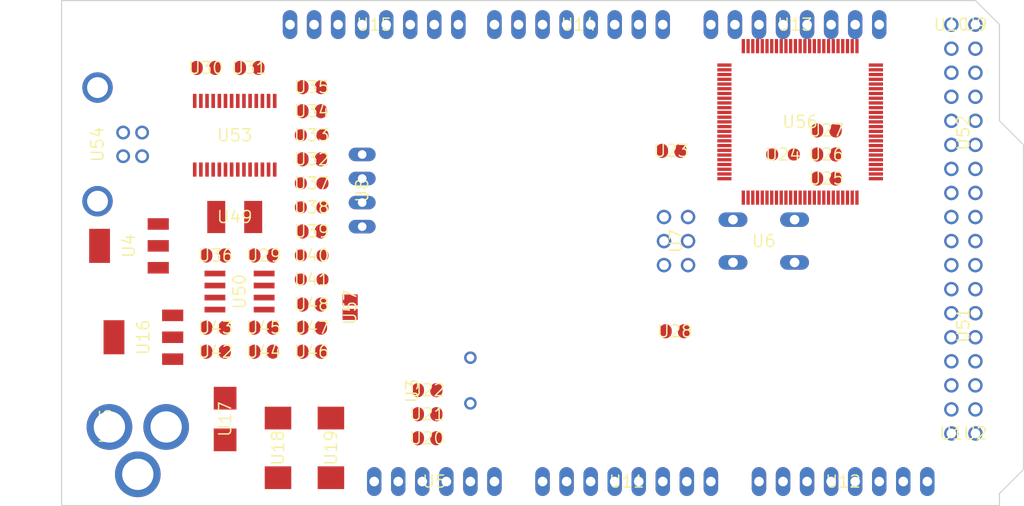
<source format=kicad_pcb>
(kicad_pcb (version 20221018) (generator pcbnew)
  (layers (0 "F.Cu" signal "Top") (31 "B.Cu" signal "Bottom") (34 "B.Paste" user) (35 "F.Paste" user) (36 "B.SilkS" user "B.Silkscreen") (37 "F.SilkS" user "F.Silkscreen") (38 "B.Mask" user) (39 "F.Mask" user) (44 "Edge.Cuts" user))
  (net 0 "")
  (net 1 "+5V")
  (net 2 "GND")
  (net 3 "N$6")
  (net 4 "N$7")
  (net 5 "AREF")
  (net 6 "RESET")
  (net 7 "VIN")
  (net 8 "N$3")
  (net 9 "PWRIN")
  (net 10 "M8RXD")
  (net 11 "M8TXD")
  (net 12 "ADC0")
  (net 13 "ADC2")
  (net 14 "ADC1")
  (net 15 "ADC3")
  (net 16 "ADC4")
  (net 17 "ADC5")
  (net 18 "ADC6")
  (net 19 "ADC7")
  (net 20 "+3V3")
  (net 21 "SDA")
  (net 22 "SCL")
  (net 23 "ADC9")
  (net 24 "ADC8")
  (net 25 "ADC10")
  (net 26 "ADC11")
  (net 27 "ADC12")
  (net 28 "ADC13")
  (net 29 "ADC14")
  (net 30 "ADC15")
  (net 31 "PB3")
  (net 32 "PB2")
  (net 33 "PB1")
  (net 34 "PB5")
  (net 35 "PB4")
  (net 36 "PE5")
  (net 37 "PE4")
  (net 38 "PE3")
  (net 39 "PE1")
  (net 40 "PE0")
  (net 41 "N$15")
  (net 42 "N$53")
  (net 43 "N$54")
  (net 44 "N$55")
  (net 45 "D-")
  (net 46 "D+")
  (net 47 "N$60")
  (net 48 "DTR")
  (net 49 "USBVCC")
  (net 50 "N$2")
  (net 51 "N$4")
  (net 52 "GATE_CMD")
  (net 53 "CMP")
  (net 54 "PB6")
  (net 55 "PH3")
  (net 56 "PH4")
  (net 57 "PH5")
  (net 58 "PH6")
  (net 59 "PG5")
  (net 60 "RXD1")
  (net 61 "TXD1")
  (net 62 "RXD2")
  (net 63 "RXD3")
  (net 64 "TXD2")
  (net 65 "TXD3")
  (net 66 "PC0")
  (net 67 "PC1")
  (net 68 "PC2")
  (net 69 "PC3")
  (net 70 "PC4")
  (net 71 "PC5")
  (net 72 "PC6")
  (net 73 "PC7")
  (net 74 "PB0")
  (net 75 "PG0")
  (net 76 "PG1")
  (net 77 "PG2")
  (net 78 "PD7")
  (net 79 "PA0")
  (net 80 "PA1")
  (net 81 "PA2")
  (net 82 "PA3")
  (net 83 "PA4")
  (net 84 "PA5")
  (net 85 "PA6")
  (net 86 "PA7")
  (net 87 "PL0")
  (net 88 "PL1")
  (net 89 "PL2")
  (net 90 "PL3")
  (net 91 "PL4")
  (net 92 "PL5")
  (net 93 "PL6")
  (net 94 "PL7")
  (net 95 "PB7")
  (net 96 "CTS")
  (net 97 "DSR")
  (net 98 "DCD")
  (net 99 "RI")
  (footprint "Arduino_MEGA_Reference_Design:2X03" (layer "F.Cu") (at 162.5981 103.7336 -90)
    (fp_text reference "U7")
    (fp_text value "")
  )
  (footprint "Arduino_MEGA_Reference_Design:1X08" (layer "F.Cu") (at 152.3111 80.8736 180)
    (fp_text reference "U14")
    (fp_text value "")
  )
  (footprint "Arduino_MEGA_Reference_Design:1X08" (layer "F.Cu") (at 130.7211 80.8736 180)
    (fp_text reference "U15")
    (fp_text value "")
  )
  (footprint "Arduino_MEGA_Reference_Design:SMC_D" (layer "F.Cu") (at 120.5611 125.5776 -90)
    (fp_text reference "U18")
    (fp_text value "")
  )
  (footprint "Arduino_MEGA_Reference_Design:SMC_D" (layer "F.Cu") (at 126.1491 125.5776 -90)
    (fp_text reference "U19")
    (fp_text value "")
  )
  (footprint "Arduino_MEGA_Reference_Design:B3F-10XX" (layer "F.Cu") (at 171.8691 103.7336 180)
    (fp_text reference "U6")
    (fp_text value "")
  )
  (footprint "Arduino_MEGA_Reference_Design:0805RND" (layer "F.Cu") (at 173.9011 94.5896 180)
    (fp_text reference "U24")
    (fp_text value "")
  )
  (footprint "Arduino_MEGA_Reference_Design:SMB" (layer "F.Cu") (at 114.9731 122.5296 -90)
    (fp_text reference "U17")
    (fp_text value "")
  )
  (footprint "Arduino_MEGA_Reference_Design:DC-21MM" (layer "F.Cu") (at 103.0351 123.2916 90)
    (fp_text reference "U55")
    (fp_text value "")
  )
  (footprint "Arduino_MEGA_Reference_Design:HC49_S" (layer "F.Cu") (at 140.8811 118.4656 90)
    (fp_text reference "U3")
    (fp_text value "")
  )
  (footprint "Arduino_MEGA_Reference_Design:SOT223" (layer "F.Cu") (at 106.3371 113.8936 90)
    (fp_text reference "U16")
    (fp_text value "")
  )
  (footprint "Arduino_MEGA_Reference_Design:1X06" (layer "F.Cu") (at 137.0711 129.1336)
    (fp_text reference "U5")
    (fp_text value "")
  )
  (footprint "Arduino_MEGA_Reference_Design:C0805RND" (layer "F.Cu") (at 124.1171 87.4776)
    (fp_text reference "U35")
    (fp_text value "")
  )
  (footprint "Arduino_MEGA_Reference_Design:C0805RND" (layer "F.Cu") (at 162.4711 113.2586)
    (fp_text reference "U28")
    (fp_text value "")
  )
  (footprint "Arduino_MEGA_Reference_Design:C0805RND" (layer "F.Cu") (at 136.3091 122.0216)
    (fp_text reference "U21")
    (fp_text value "")
  )
  (footprint "Arduino_MEGA_Reference_Design:C0805RND" (layer "F.Cu") (at 136.3091 119.4816)
    (fp_text reference "U22")
    (fp_text value "")
  )
  (footprint "Arduino_MEGA_Reference_Design:C0805RND" (layer "F.Cu") (at 113.9571 112.8776)
    (fp_text reference "U43")
    (fp_text value "")
  )
  (footprint "Arduino_MEGA_Reference_Design:RCL_0805RND" (layer "F.Cu") (at 124.1171 105.2576)
    (fp_text reference "U40")
    (fp_text value "")
  )
  (footprint "Arduino_MEGA_Reference_Design:RCL_0805RND" (layer "F.Cu") (at 124.1171 107.7976)
    (fp_text reference "U41")
    (fp_text value "")
  )
  (footprint "Arduino_MEGA_Reference_Design:1X08" (layer "F.Cu") (at 157.3911 129.1336)
    (fp_text reference "U11")
    (fp_text value "")
  )
  (footprint "Arduino_MEGA_Reference_Design:1X08" (layer "F.Cu") (at 175.1711 80.8736 180)
    (fp_text reference "U13")
    (fp_text value "")
  )
  (footprint "Arduino_MEGA_Reference_Design:R0805RND" (layer "F.Cu") (at 178.4731 94.5896 180)
    (fp_text reference "U26")
    (fp_text value "")
  )
  (footprint "Arduino_MEGA_Reference_Design:R0805RND" (layer "F.Cu") (at 178.4731 92.0496 180)
    (fp_text reference "U27")
    (fp_text value "")
  )
  (footprint "Arduino_MEGA_Reference_Design:TQFP100" (layer "F.Cu") (at 175.70843505859375 91.14759826660156 0)
    (fp_text reference "U56")
    (fp_text value "")
  )
  (footprint "Arduino_MEGA_Reference_Design:C0805RND" (layer "F.Cu") (at 162.0901 94.2086 180)
    (fp_text reference "U23")
    (fp_text value "")
  )
  (footprint "Arduino_MEGA_Reference_Design:C0805RND" (layer "F.Cu") (at 136.3091 124.5616)
    (fp_text reference "U20")
    (fp_text value "")
  )
  (footprint "Arduino_MEGA_Reference_Design:1X08" (layer "F.Cu") (at 180.2511 129.1336)
    (fp_text reference "U12")
    (fp_text value "")
  )
  (footprint "Arduino_MEGA_Reference_Design:R0805RND" (layer "F.Cu") (at 124.1171 112.8776)
    (fp_text reference "U47")
    (fp_text value "")
  )
  (footprint "Arduino_MEGA_Reference_Design:C0805RND" (layer "F.Cu") (at 124.1171 115.4176)
    (fp_text reference "U46")
    (fp_text value "")
  )
  (footprint "Arduino_MEGA_Reference_Design:C0805RND" (layer "F.Cu") (at 113.9571 105.2576)
    (fp_text reference "U36")
    (fp_text value "")
  )
  (footprint "Arduino_MEGA_Reference_Design:C0805RND" (layer "F.Cu") (at 112.9411 85.4456)
    (fp_text reference "U30")
    (fp_text value "")
  )
  (footprint "Arduino_MEGA_Reference_Design:0805RND" (layer "F.Cu") (at 124.1171 100.1776 180)
    (fp_text reference "U38")
    (fp_text value "")
  )
  (footprint "Arduino_MEGA_Reference_Design:0805RND" (layer "F.Cu") (at 124.1171 97.6376 180)
    (fp_text reference "U37")
    (fp_text value "")
  )
  (footprint "Arduino_MEGA_Reference_Design:R0805RND" (layer "F.Cu") (at 124.1171 95.0976)
    (fp_text reference "U32")
    (fp_text value "")
  )
  (footprint "Arduino_MEGA_Reference_Design:R0805RND" (layer "F.Cu") (at 124.1171 102.7176)
    (fp_text reference "U39")
    (fp_text value "")
  )
  (footprint "Arduino_MEGA_Reference_Design:SSOP28" (layer "F.Cu") (at 115.9891 92.5576)
    (fp_text reference "U53")
    (fp_text value "")
  )
  (footprint "Arduino_MEGA_Reference_Design:PN61729" (layer "F.Cu") (at 98.9584 93.5228 -90)
    (fp_text reference "U54")
    (fp_text value "")
  )
  (footprint "Arduino_MEGA_Reference_Design:L1812" (layer "F.Cu") (at 115.9891 101.1936)
    (fp_text reference "U49")
    (fp_text value "")
  )
  (footprint "Arduino_MEGA_Reference_Design:C0805RND" (layer "F.Cu") (at 117.5131 85.4456)
    (fp_text reference "U31")
    (fp_text value "")
  )
  (footprint "Arduino_MEGA_Reference_Design:0805RND" (layer "F.Cu") (at 124.1171 92.5576 180)
    (fp_text reference "U33")
    (fp_text value "")
  )
  (footprint "Arduino_MEGA_Reference_Design:R0805RND" (layer "F.Cu") (at 124.1171 90.0176 180)
    (fp_text reference "U34")
    (fp_text value "")
  )
  (footprint "Arduino_MEGA_Reference_Design:C0805RND" (layer "F.Cu") (at 124.1171 110.4392 180)
    (fp_text reference "U48")
    (fp_text value "")
  )
  (footprint "Arduino_MEGA_Reference_Design:SOT223" (layer "F.Cu") (at 104.8131 104.2416 90)
    (fp_text reference "U4")
    (fp_text value "")
  )
  (footprint "Arduino_MEGA_Reference_Design:SO08" (layer "F.Cu") (at 116.4971 109.0676 -90)
    (fp_text reference "U50")
    (fp_text value "")
  )
  (footprint "Arduino_MEGA_Reference_Design:R0805RND" (layer "F.Cu") (at 113.9571 115.4176 180)
    (fp_text reference "U42")
    (fp_text value "")
  )
  (footprint "Arduino_MEGA_Reference_Design:R0805RND" (layer "F.Cu") (at 119.0371 112.8776 180)
    (fp_text reference "U45")
    (fp_text value "")
  )
  (footprint "Arduino_MEGA_Reference_Design:C0805RND" (layer "F.Cu") (at 119.0371 115.4176 180)
    (fp_text reference "U44")
    (fp_text value "")
  )
  (footprint "Arduino_MEGA_Reference_Design:C0805RND" (layer "F.Cu") (at 119.0371 105.2576)
    (fp_text reference "U29")
    (fp_text value "")
  )
  (footprint "Arduino_MEGA_Reference_Design:2X08" (layer "F.Cu") (at 192.9511 92.3036 90)
    (fp_text reference "U52")
    (fp_text value "")
  )
  (footprint "Arduino_MEGA_Reference_Design:2X08" (layer "F.Cu") (at 192.9511 112.6236 90)
    (fp_text reference "U51")
    (fp_text value "")
  )
  (footprint "Arduino_MEGA_Reference_Design:R0805RND" (layer "F.Cu") (at 178.4731 97.1296 180)
    (fp_text reference "U25")
    (fp_text value "")
  )
  (footprint "Arduino_MEGA_Reference_Design:1X01" (layer "F.Cu") (at 191.6811 80.8736)
    (fp_text reference "U10")
    (fp_text value "")
  )
  (footprint "Arduino_MEGA_Reference_Design:1X01" (layer "F.Cu") (at 194.2211 80.8736)
    (fp_text reference "U9")
    (fp_text value "")
  )
  (footprint "Arduino_MEGA_Reference_Design:1X01" (layer "F.Cu") (at 191.6811 124.0536)
    (fp_text reference "U1")
    (fp_text value "")
  )
  (footprint "Arduino_MEGA_Reference_Design:1X01" (layer "F.Cu") (at 194.2211 124.0536)
    (fp_text reference "U2")
    (fp_text value "")
  )
  (footprint "Arduino_MEGA_Reference_Design:SJ" (layer "F.Cu") (at 128.1811 110.7186 -90)
    (fp_text reference "U57")
    (fp_text value "")
  )
  (footprint "Arduino_MEGA_Reference_Design:JP4" (layer "F.Cu") (at 129.4511 98.3996 -90)
    (fp_text reference "U8")
    (fp_text value "")
  )
  (gr_line (start 196.7611 80.8736) (end 196.7611 91.0336) (layer "Edge.Cuts") (width 0.12))
  (gr_line (start 196.7611 130.4036) (end 196.7611 131.6736) (layer "Edge.Cuts") (width 0.12))
  (gr_line (start 194.2211 78.3336) (end 196.7611 80.8736) (layer "Edge.Cuts") (width 0.12))
  (gr_line (start 97.7011 78.3336) (end 194.2211 78.3336) (layer "Edge.Cuts") (width 0.12))
  (gr_line (start 196.7611 91.0336) (end 199.3011 93.5736) (layer "Edge.Cuts") (width 0.12))
  (gr_line (start 97.7011 131.6736) (end 97.7011 78.3336) (layer "Edge.Cuts") (width 0.12))
  (gr_line (start 196.7611 131.6736) (end 97.7011 131.6736) (layer "Edge.Cuts") (width 0.12))
  (gr_line (start 199.3011 93.5736) (end 199.3011 127.8636) (layer "Edge.Cuts") (width 0.12))
  (gr_line (start 199.3011 127.8636) (end 196.7611 130.4036) (layer "Edge.Cuts") (width 0.12))
)
</source>
